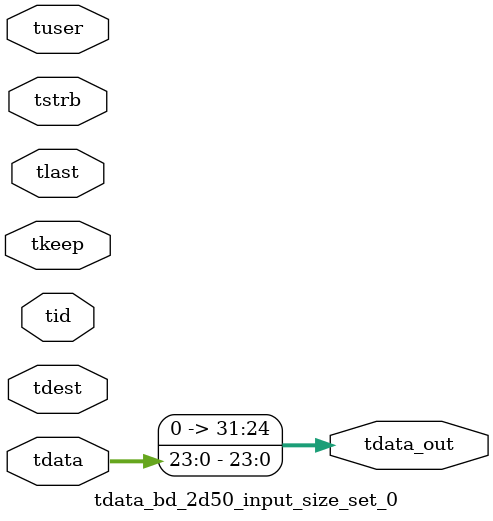
<source format=v>


`timescale 1ps/1ps

module tdata_bd_2d50_input_size_set_0 #
(
parameter C_S_AXIS_TDATA_WIDTH = 32,
parameter C_S_AXIS_TUSER_WIDTH = 0,
parameter C_S_AXIS_TID_WIDTH   = 0,
parameter C_S_AXIS_TDEST_WIDTH = 0,
parameter C_M_AXIS_TDATA_WIDTH = 32
)
(
input  [(C_S_AXIS_TDATA_WIDTH == 0 ? 1 : C_S_AXIS_TDATA_WIDTH)-1:0     ] tdata,
input  [(C_S_AXIS_TUSER_WIDTH == 0 ? 1 : C_S_AXIS_TUSER_WIDTH)-1:0     ] tuser,
input  [(C_S_AXIS_TID_WIDTH   == 0 ? 1 : C_S_AXIS_TID_WIDTH)-1:0       ] tid,
input  [(C_S_AXIS_TDEST_WIDTH == 0 ? 1 : C_S_AXIS_TDEST_WIDTH)-1:0     ] tdest,
input  [(C_S_AXIS_TDATA_WIDTH/8)-1:0 ] tkeep,
input  [(C_S_AXIS_TDATA_WIDTH/8)-1:0 ] tstrb,
input                                                                    tlast,
output [C_M_AXIS_TDATA_WIDTH-1:0] tdata_out
);

assign tdata_out = {tdata[23:0]};

endmodule


</source>
